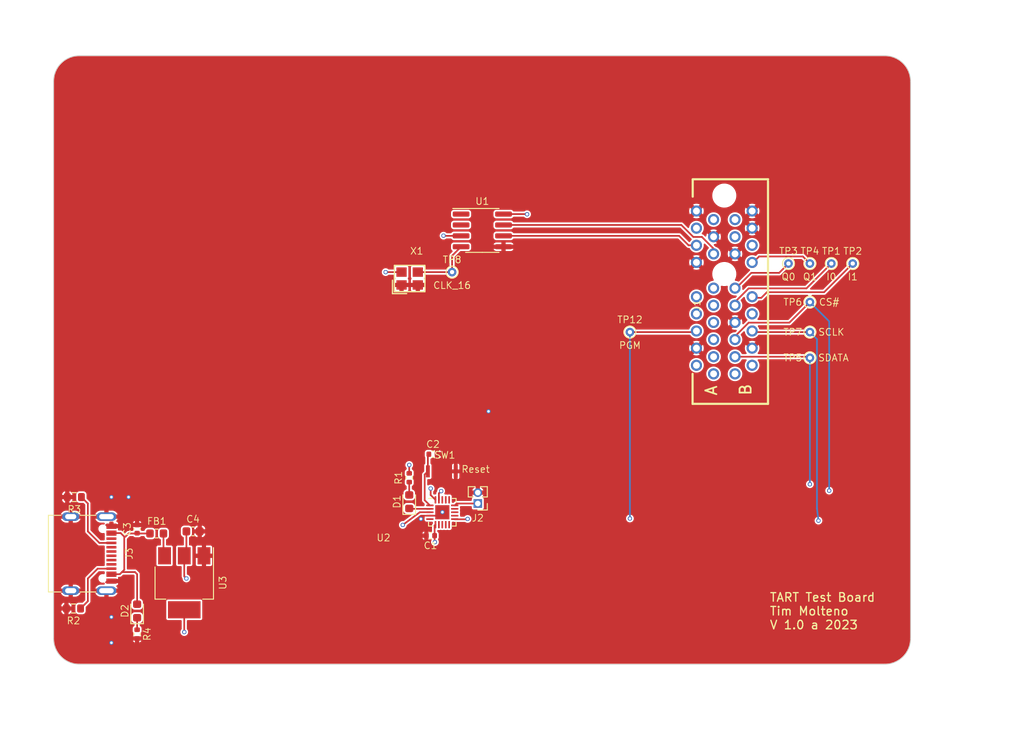
<source format=kicad_pcb>
(kicad_pcb (version 20221018) (generator pcbnew)
  (layers (0 "F.Cu" signal) (1 "In1.Cu" signal) (2 "In2.Cu" signal) (31 "B.Cu" signal) (34 "B.Paste" user) (35 "F.Paste" user) (36 "B.SilkS" user "B.Silkscreen") (37 "F.SilkS" user "F.Silkscreen") (38 "B.Mask" user) (39 "F.Mask" user) (44 "Edge.Cuts" user))
  (net 0 "")
  (net 4 "/NRST")
  (net 6 "/PGM")
  (net 10 "GND")
  (net 11 "HI")
  (net 16 "+5V")
  (net 17 "Net-(J1-REFCLK+)")
  (net 18 "Net-(J1-REFCLK-)")
  (net 19 "/SDATA")
  (net 20 "/CS#")
  (net 21 "/SCLK")
  (net 22 "Net-(J1-I0)")
  (net 26 "Net-(J1-I1)")
  (net 27 "CLK_16")
  (net 28 "+3.3V")
  (net 29 "Net-(J1-Q0)")
  (net 30 "Net-(J1-Q1)")
  (net 31 "Net-(D1-A)")
  (net 32 "Net-(D2-K)")
  (net 35 "/SWIO")
  (net 36 "Net-(J3-CC1)")
  (net 40 "Net-(J3-CC2)")
  (net 44 "/VBUS")
  (footprint "ripple:1TS015A-1800-0600-CT" (layer "F.Cu") (at 145.5 98)
    (fp_text reference "SW1" (at 0.4 -1.9 unlocked) (layer "F.SilkS") (effects (font (size 0.8 0.8) (thickness 0.1))))
    (fp_text value "Reset")
    (fp_text user "${VALUE}" (at 4 -0.25) (layer "F.SilkS") (effects (font (size 0.8 0.8) (thickness 0.1))))
    (pad "1" smd rect (at -1.575 0 90) (size 1.4 0.45) (layers "F.Cu" "F.Paste" "F.Mask") (net 4 "/NRST"))
    (pad "2" smd rect (at 1.675 0 90) (size 1.4 0.45) (layers "F.Cu" "F.Paste" "F.Mask") (net 10 "GND"))
  )
  (footprint "Diode_SMD:D_0603_1608Metric" (layer "F.Cu") (at 110 114.2875 90)
    (fp_text reference "D2" (at 0 -1.43 90) (layer "F.SilkS") (effects (font (size 0.8 0.8) (thickness 0.1))))
    (fp_text value "PWR")
    (fp_line (start -1.485 -0.735) (end -1.485 0.735) (stroke (width 0.12)) (layer "F.SilkS"))
    (fp_line (start -1.485 0.735) (end 0.8 0.735) (stroke (width 0.12)) (layer "F.SilkS"))
    (fp_line (start 0.8 -0.735) (end -1.485 -0.735) (stroke (width 0.12)) (layer "F.SilkS"))
    (pad "1" smd roundrect (at -0.7875 0 90) (size 0.875 0.95) (layers "F.Cu" "F.Paste" "F.Mask") (net 32 "Net-(D2-K)"))
    (pad "2" smd roundrect (at 0.7875 0 90) (size 0.875 0.95) (layers "F.Cu" "F.Paste" "F.Mask") (net 44 "/VBUS"))
  )
  (footprint "ripple:USB_C_Receptacle_ SHOU_HAN_TYPE-C 16PIN 2MD(073)" (layer "F.Cu") (at 104.29 107.59 -90)
    (fp_text reference "J3" (at 0.01 -4.78 90) (layer "F.SilkS") (effects (font (size 0.8 0.8) (thickness 0.1))))
    (fp_text value "USB_C_Receptacle_USB2.0")
    (fp_line (start -4.46 -0.87) (end -4.46 0.93) (stroke (width 0.12)) (layer "F.SilkS"))
    (fp_line (start -4.46 4.64) (end -4.46 3.18) (stroke (width 0.12)) (layer "F.SilkS"))
    (fp_line (start 4.48 -0.87) (end 4.48 0.93) (stroke (width 0.12)) (layer "F.SilkS"))
    (fp_line (start 4.48 4.64) (end -4.46 4.64) (stroke (width 0.12)) (layer "F.SilkS"))
    (fp_line (start 4.48 4.64) (end 4.48 3.18) (stroke (width 0.12)) (layer "F.SilkS"))
    (pad "" np_thru_hole circle (at -2.89 -1.69 90) (size 0.6 0.6) (drill 0.6) (layers "*.Cu" "*.Mask"))
    (pad "" np_thru_hole circle (at 2.9 -1.69 90) (size 0.6 0.6) (drill 0.6) (layers "*.Cu" "*.Mask"))
    (pad "A1" smd rect (at -3.19 -2.71 270) (size 0.6 1.16) (layers "F.Cu" "F.Paste" "F.Mask") (net 10 "GND"))
    (pad "A4" smd rect (at -2.39 -2.71 270) (size 0.6 1.16) (layers "F.Cu" "F.Paste" "F.Mask") (net 44 "/VBUS"))
    (pad "A5" smd rect (at -1.24 -2.71 90) (size 0.3 1.16) (layers "F.Cu" "F.Paste" "F.Mask") (net 36 "Net-(J3-CC1)"))
    (pad "A6" smd rect (at -0.24 -2.71 90) (size 0.3 1.16) (layers "F.Cu" "F.Paste" "F.Mask"))
    (pad "A7" smd rect (at 0.26 -2.71 90) (size 0.3 1.16) (layers "F.Cu" "F.Paste" "F.Mask"))
    (pad "A8" smd rect (at 1.26 -2.71 90) (size 0.3 1.16) (layers "F.Cu" "F.Paste" "F.Mask"))
    (pad "A9" smd rect (at 2.41 -2.71 270) (size 0.6 1.16) (layers "F.Cu" "F.Paste" "F.Mask") (net 44 "/VBUS"))
    (pad "A12" smd rect (at 3.21 -2.71 270) (size 0.6 1.16) (layers "F.Cu" "F.Paste" "F.Mask") (net 10 "GND"))
    (pad "B1" smd rect (at 3.21 -2.71 270) (size 0.6 1.16) (layers "F.Cu" "F.Paste" "F.Mask") (net 10 "GND"))
    (pad "B4" smd rect (at 2.41 -2.71 270) (size 0.6 1.16) (layers "F.Cu" "F.Paste" "F.Mask") (net 44 "/VBUS"))
    (pad "B5" smd rect (at 1.76 -2.71 90) (size 0.3 1.16) (layers "F.Cu" "F.Paste" "F.Mask") (net 40 "Net-(J3-CC2)"))
    (pad "B6" smd rect (at 0.76 -2.71 90) (size 0.3 1.16) (layers "F.Cu" "F.Paste" "F.Mask"))
    (pad "B7" smd rect (at -0.74 -2.71 90) (size 0.3 1.16) (layers "F.Cu" "F.Paste" "F.Mask"))
    (pad "B8" smd rect (at -1.74 -2.71 90) (size 0.3 1.16) (layers "F.Cu" "F.Paste" "F.Mask"))
    (pad "B9" smd rect (at -2.39 -2.71 270) (size 0.6 1.16) (layers "F.Cu" "F.Paste" "F.Mask") (net 44 "/VBUS"))
    (pad "B12" smd rect (at -3.19 -2.71 270) (size 0.6 1.16) (layers "F.Cu" "F.Paste" "F.Mask") (net 10 "GND"))
    (pad "S1" thru_hole oval (at -4.31 -2.13) (size 2.3 1) (drill oval 1.7 0.6) (layers "*.Cu" "*.Mask") (net 10 "GND"))
    (pad "S1" thru_hole oval (at -4.31 2.04) (size 2 1) (drill oval 1.3 0.6) (layers "*.Cu" "*.Mask") (net 10 "GND"))
    (pad "S1" thru_hole oval (at 4.33 -2.13) (size 2.3 1) (drill oval 1.7 0.6) (layers "*.Cu" "*.Mask") (net 10 "GND"))
    (pad "S1" thru_hole oval (at 4.33 2.04) (size 2 1) (drill oval 1.3 0.6) (layers "*.Cu" "*.Mask") (net 10 "GND"))
  )
  (footprint "TestPoint:TestPoint_THTPad_D1.0mm_Drill0.5mm" (layer "F.Cu") (at 167.5 81.75)
    (fp_text reference "TP12" (at 0 -1.448) (layer "F.SilkS") (effects (font (size 0.8 0.8) (thickness 0.1))))
    (fp_text value "PGM" (at 0 1.55) (layer "F.SilkS") (effects (font (size 0.8 0.8) (thickness 0.1))))
    (fp_circle (center 0 0) (end 0 0.7) (stroke (width 0.12)) (fill none) (layer "F.SilkS"))
    (pad "1" thru_hole circle (at 0 0) (size 1 1) (drill 0.5) (layers "*.Cu" "*.Mask") (net 6 "/PGM"))
  )
  (footprint "Resistor_SMD:R_0603_1608Metric" (layer "F.Cu") (at 102.575 114 180)
    (fp_text reference "R2" (at 0 -1.43) (layer "F.SilkS") (effects (font (size 0.8 0.8) (thickness 0.1))))
    (fp_text value "5.1k")
    (fp_line (start -0.237258 -0.5225) (end 0.237258 -0.5225) (stroke (width 0.12)) (layer "F.SilkS"))
    (fp_line (start -0.237258 0.5225) (end 0.237258 0.5225) (stroke (width 0.12)) (layer "F.SilkS"))
    (pad "1" smd roundrect (at -0.825 0 180) (size 0.8 0.95) (layers "F.Cu" "F.Paste" "F.Mask") (net 40 "Net-(J3-CC2)"))
    (pad "2" smd roundrect (at 0.825 0 180) (size 0.8 0.95) (layers "F.Cu" "F.Paste" "F.Mask") (net 10 "GND"))
  )
  (footprint "TestPoint:TestPoint_THTPad_D1.0mm_Drill0.5mm" (layer "F.Cu") (at 188.5 81.75)
    (fp_text reference "TP7" (at -2 0) (layer "F.SilkS") (effects (font (size 0.8 0.8) (thickness 0.1))))
    (fp_text value "SCLK" (at 2.5 0) (layer "F.SilkS") (effects (font (size 0.8 0.8) (thickness 0.1))))
    (fp_circle (center 0 0) (end 0 0.7) (stroke (width 0.12)) (fill none) (layer "F.SilkS"))
    (pad "1" thru_hole circle (at 0 0) (size 1 1) (drill 0.5) (layers "*.Cu" "*.Mask") (net 21 "/SCLK"))
  )
  (footprint "Package_DFN_QFN:QFN-20-1EP_3x3mm_P0.4mm_EP1.65x1.65mm" (layer "F.Cu") (at 145.61 102.77)
    (fp_text reference "U2" (at -6.86 2.98) (layer "F.SilkS") (effects (font (size 0.8 0.8) (thickness 0.1))))
    (fp_text value "ch32v003f4u6")
    (fp_line (start -1.61 1.61) (end -1.61 1.16) (stroke (width 0.12)) (layer "F.SilkS"))
    (fp_line (start -1.16 -1.61) (end -1.61 -1.61) (stroke (width 0.12)) (layer "F.SilkS"))
    (fp_line (start -1.16 1.61) (end -1.61 1.61) (stroke (width 0.12)) (layer "F.SilkS"))
    (fp_line (start 1.16 -1.61) (end 1.61 -1.61) (stroke (width 0.12)) (layer "F.SilkS"))
    (fp_line (start 1.16 1.61) (end 1.61 1.61) (stroke (width 0.12)) (layer "F.SilkS"))
    (fp_line (start 1.61 -1.61) (end 1.61 -1.16) (stroke (width 0.12)) (layer "F.SilkS"))
    (fp_line (start 1.61 1.61) (end 1.61 1.16) (stroke (width 0.12)) (layer "F.SilkS"))
    (pad "1" smd roundrect (at -1.45 -0.8) (size 0.85 0.2) (layers "F.Cu" "F.Paste" "F.Mask") (net 4 "/NRST"))
    (pad "2" smd roundrect (at -1.45 -0.4) (size 0.85 0.2) (layers "F.Cu" "F.Paste" "F.Mask") (net 11 "HI"))
    (pad "3" smd roundrect (at -1.45 0) (size 0.85 0.2) (layers "F.Cu" "F.Paste" "F.Mask") (net 21 "/SCLK"))
    (pad "4" smd roundrect (at -1.45 0.4) (size 0.85 0.2) (layers "F.Cu" "F.Paste" "F.Mask") (net 10 "GND"))
    (pad "5" smd roundrect (at -1.45 0.8) (size 0.85 0.2) (layers "F.Cu" "F.Paste" "F.Mask"))
    (pad "6" smd roundrect (at -0.8 1.45) (size 0.2 0.85) (layers "F.Cu" "F.Paste" "F.Mask") (net 28 "+3.3V"))
    (pad "7" smd roundrect (at -0.4 1.45) (size 0.2 0.85) (layers "F.Cu" "F.Paste" "F.Mask"))
    (pad "8" smd roundrect (at 0 1.45) (size 0.2 0.85) (layers "F.Cu" "F.Paste" "F.Mask"))
    (pad "9" smd roundrect (at 0.4 1.45) (size 0.2 0.85) (layers "F.Cu" "F.Paste" "F.Mask"))
    (pad "10" smd roundrect (at 0.8 1.45) (size 0.2 0.85) (layers "F.Cu" "F.Paste" "F.Mask"))
    (pad "11" smd roundrect (at 1.45 0.8) (size 0.85 0.2) (layers "F.Cu" "F.Paste" "F.Mask") (net 6 "/PGM"))
    (pad "12" smd roundrect (at 1.45 0.4) (size 0.85 0.2) (layers "F.Cu" "F.Paste" "F.Mask"))
    (pad "13" smd roundrect (at 1.45 0) (size 0.85 0.2) (layers "F.Cu" "F.Paste" "F.Mask"))
    (pad "14" smd roundrect (at 1.45 -0.4) (size 0.85 0.2) (layers "F.Cu" "F.Paste" "F.Mask"))
    (pad "15" smd roundrect (at 1.45 -0.8) (size 0.85 0.2) (layers "F.Cu" "F.Paste" "F.Mask") (net 35 "/SWIO"))
    (pad "16" smd roundrect (at 0.8 -1.45) (size 0.2 0.85) (layers "F.Cu" "F.Paste" "F.Mask"))
    (pad "17" smd roundrect (at 0.4 -1.45) (size 0.2 0.85) (layers "F.Cu" "F.Paste" "F.Mask"))
    (pad "18" smd roundrect (at 0 -1.45) (size 0.2 0.85) (layers "F.Cu" "F.Paste" "F.Mask"))
    (pad "19" smd roundrect (at -0.4 -1.45) (size 0.2 0.85) (layers "F.Cu" "F.Paste" "F.Mask") (net 20 "/CS#"))
    (pad "20" smd roundrect (at -0.8 -1.45) (size 0.2 0.85) (layers "F.Cu" "F.Paste" "F.Mask") (net 19 "/SDATA"))
    (pad "21" smd rect (at 0 0) (size 1.65 1.65) (layers "F.Cu" "F.Mask") (net 10 "GND"))
  )
  (footprint "Resistor_SMD:R_0402_1005Metric" (layer "F.Cu") (at 141.75 98.74 -90)
    (fp_text reference "R1" (at 0.01 1.25 90) (layer "F.SilkS") (effects (font (size 0.8 0.8) (thickness 0.1))))
    (fp_text value "470")
    (fp_line (start -0.153641 -0.38) (end 0.153641 -0.38) (stroke (width 0.12)) (layer "F.SilkS"))
    (fp_line (start -0.153641 0.38) (end 0.153641 0.38) (stroke (width 0.12)) (layer "F.SilkS"))
    (pad "1" smd roundrect (at -0.51 0 270) (size 0.54 0.64) (layers "F.Cu" "F.Paste" "F.Mask") (net 28 "+3.3V"))
    (pad "2" smd roundrect (at 0.51 0 270) (size 0.54 0.64) (layers "F.Cu" "F.Paste" "F.Mask") (net 31 "Net-(D1-A)"))
  )
  (footprint "Resistor_SMD:R_0402_1005Metric" (layer "F.Cu") (at 110 116.99 -90)
    (fp_text reference "R4" (at 0 -1.17 90) (layer "F.SilkS") (effects (font (size 0.8 0.8) (thickness 0.1))))
    (fp_text value "1k")
    (fp_line (start -0.153641 -0.38) (end 0.153641 -0.38) (stroke (width 0.12)) (layer "F.SilkS"))
    (fp_line (start -0.153641 0.38) (end 0.153641 0.38) (stroke (width 0.12)) (layer "F.SilkS"))
    (pad "1" smd roundrect (at -0.51 0 270) (size 0.54 0.64) (layers "F.Cu" "F.Paste" "F.Mask") (net 32 "Net-(D2-K)"))
    (pad "2" smd roundrect (at 0.51 0 270) (size 0.54 0.64) (layers "F.Cu" "F.Paste" "F.Mask") (net 10 "GND"))
  )
  (footprint "Package_TO_SOT_SMD:SOT-223-3_TabPin2" (layer "F.Cu") (at 115.5 111 -90)
    (fp_text reference "U3" (at 0 -4.5 90) (layer "F.SilkS") (effects (font (size 0.8 0.8) (thickness 0.1))))
    (fp_text value "AMS1117-3.3")
    (fp_line (start -4.1 -3.41) (end 1.91 -3.41) (stroke (width 0.12)) (layer "F.SilkS"))
    (fp_line (start -1.85 3.41) (end 1.91 3.41) (stroke (width 0.12)) (layer "F.SilkS"))
    (fp_line (start 1.91 -3.41) (end 1.91 -2.15) (stroke (width 0.12)) (layer "F.SilkS"))
    (fp_line (start 1.91 3.41) (end 1.91 2.15) (stroke (width 0.12)) (layer "F.SilkS"))
    (pad "1" smd rect (at -3.15 -2.3 270) (size 2 1.5) (layers "F.Cu" "F.Paste" "F.Mask") (net 10 "GND"))
    (pad "2" smd rect (at -3.15 0 270) (size 2 1.5) (layers "F.Cu" "F.Paste" "F.Mask") (net 28 "+3.3V"))
    (pad "2" smd rect (at 3.15 0 270) (size 2 3.8) (layers "F.Cu" "F.Paste" "F.Mask") (net 28 "+3.3V"))
    (pad "3" smd rect (at -3.15 2.3 270) (size 2 1.5) (layers "F.Cu" "F.Paste" "F.Mask") (net 16 "+5V"))
  )
  (footprint "Capacitor_SMD:C_0402_1005Metric" (layer "F.Cu") (at 110 104.73 90)
    (fp_text reference "C3" (at 0 -1.16 90) (layer "F.SilkS") (effects (font (size 0.8 0.8) (thickness 0.1))))
    (fp_text value "10n")
    (fp_line (start -0.107836 -0.36) (end 0.107836 -0.36) (stroke (width 0.12)) (layer "F.SilkS"))
    (fp_line (start -0.107836 0.36) (end 0.107836 0.36) (stroke (width 0.12)) (layer "F.SilkS"))
    (pad "1" smd roundrect (at -0.48 0 90) (size 0.56 0.62) (layers "F.Cu" "F.Paste" "F.Mask") (net 44 "/VBUS"))
    (pad "2" smd roundrect (at 0.48 0 90) (size 0.56 0.62) (layers "F.Cu" "F.Paste" "F.Mask") (net 10 "GND"))
  )
  (footprint "Connector_PinHeader_1.27mm:PinHeader_1x02_P1.27mm_Vertical" (layer "F.Cu") (at 149.75 101.75 180)
    (fp_text reference "J2" (at 0 -1.695) (layer "F.SilkS") (effects (font (size 0.8 0.8) (thickness 0.1))))
    (fp_text value "SWDIO")
    (fp_line (start -1.11 -0.76) (end 0 -0.76) (stroke (width 0.12)) (layer "F.SilkS"))
    (fp_line (start -1.11 0) (end -1.11 -0.76) (stroke (width 0.12)) (layer "F.SilkS"))
    (fp_line (start -1.11 0.76) (end -1.11 1.965) (stroke (width 0.12)) (layer "F.SilkS"))
    (fp_line (start -1.11 0.76) (end -0.563471 0.76) (stroke (width 0.12)) (layer "F.SilkS"))
    (fp_line (start -1.11 1.965) (end -0.30753 1.965) (stroke (width 0.12)) (layer "F.SilkS"))
    (fp_line (start 0.30753 1.965) (end 1.11 1.965) (stroke (width 0.12)) (layer "F.SilkS"))
    (fp_line (start 0.563471 0.76) (end 1.11 0.76) (stroke (width 0.12)) (layer "F.SilkS"))
    (fp_line (start 1.11 0.76) (end 1.11 1.965) (stroke (width 0.12)) (layer "F.SilkS"))
    (pad "1" thru_hole rect (at 0 0 180) (size 1 1) (drill 0.65) (layers "*.Cu" "*.Mask") (net 35 "/SWIO"))
    (pad "2" thru_hole oval (at 0 1.27 180) (size 1 1) (drill 0.65) (layers "*.Cu" "*.Mask") (net 10 "GND"))
  )
  (footprint "TestPoint:TestPoint_THTPad_D1.0mm_Drill0.5mm" (layer "F.Cu") (at 188.5 78.25)
    (fp_text reference "TP6" (at -2 0) (layer "F.SilkS") (effects (font (size 0.8 0.8) (thickness 0.1))))
    (fp_text value "CS#" (at 2.25 0) (layer "F.SilkS") (effects (font (size 0.8 0.8) (thickness 0.1))))
    (fp_circle (center 0 0) (end 0 0.7) (stroke (width 0.12)) (fill none) (layer "F.SilkS"))
    (pad "1" thru_hole circle (at 0 0) (size 1 1) (drill 0.5) (layers "*.Cu" "*.Mask") (net 20 "/CS#"))
  )
  (footprint "baseboard_library:OSC-SMD_4P-L2.5-W2.0-BL" (layer "F.Cu") (at 141.8 75.5)
    (fp_text reference "X1" (at 0 -3.207) (layer "F.SilkS") (effects (font (size 0.8 0.8) (thickness 0.1)) (justify left)))
    (fp_text value "1XXB16368MBA")
    (fp_line (start -2.007 0.201) (end -2.007 1.758) (stroke (width 0.152)) (layer "F.SilkS"))
    (fp_line (start -2.007 1.758) (end -0.351 1.758) (stroke (width 0.152)) (layer "F.SilkS"))
    (fp_line (start -1.779 -1.529) (end 1.779 -1.529) (stroke (width 0.152)) (layer "F.SilkS"))
    (fp_line (start -1.779 1.529) (end -1.779 -1.529) (stroke (width 0.152)) (layer "F.SilkS"))
    (fp_line (start 1.779 -1.529) (end 1.779 1.529) (stroke (width 0.152)) (layer "F.SilkS"))
    (fp_line (start 1.779 1.529) (end -1.779 1.529) (stroke (width 0.152)) (layer "F.SilkS"))
    (pad "1" smd rect (at -0.95 0.75) (size 1.2 1.1) (layers "F.Cu" "F.Paste" "F.Mask") (net 10 "GND"))
    (pad "2" smd rect (at 0.95 0.75) (size 1.2 1.1) (layers "F.Cu" "F.Paste" "F.Mask") (net 10 "GND"))
    (pad "3" smd rect (at 0.95 -0.75) (size 1.2 1.1) (layers "F.Cu" "F.Paste" "F.Mask") (net 27 "CLK_16"))
    (pad "4" smd rect (at -0.95 -0.75) (size 1.2 1.1) (layers "F.Cu" "F.Paste" "F.Mask") (net 28 "+3.3V"))
  )
  (footprint "Capacitor_SMD:C_0402_1005Metric" (layer "F.Cu") (at 144.23 105.5 180)
    (fp_text reference "C1" (at 0 -1.16) (layer "F.SilkS") (effects (font (size 0.8 0.8) (thickness 0.1))))
    (fp_text value "100n")
    (fp_line (start -0.107836 -0.36) (end 0.107836 -0.36) (stroke (width 0.12)) (layer "F.SilkS"))
    (fp_line (start -0.107836 0.36) (end 0.107836 0.36) (stroke (width 0.12)) (layer "F.SilkS"))
    (pad "1" smd roundrect (at -0.48 0 180) (size 0.56 0.62) (layers "F.Cu" "F.Paste" "F.Mask") (net 28 "+3.3V"))
    (pad "2" smd roundrect (at 0.48 0 180) (size 0.56 0.62) (layers "F.Cu" "F.Paste" "F.Mask") (net 10 "GND"))
  )
  (footprint "TestPoint:TestPoint_THTPad_D1.0mm_Drill0.5mm" (layer "F.Cu") (at 146.75 74.75)
    (fp_text reference "TP8" (at 0 -1.448) (layer "F.SilkS") (effects (font (size 0.8 0.8) (thickness 0.1))))
    (fp_text value "CLK_16" (at 0 1.55) (layer "F.SilkS") (effects (font (size 0.8 0.8) (thickness 0.1))))
    (fp_circle (center 0 0) (end 0 0.7) (stroke (width 0.12)) (fill none) (layer "F.SilkS"))
    (pad "1" thru_hole circle (at 0 0) (size 1 1) (drill 0.5) (layers "*.Cu" "*.Mask") (net 27 "CLK_16"))
  )
  (footprint "TestPoint:TestPoint_THTPad_D1.0mm_Drill0.5mm" (layer "F.Cu") (at 188.5 73.75)
    (fp_text reference "TP4" (at 0 -1.448) (layer "F.SilkS") (effects (font (size 0.8 0.8) (thickness 0.1))))
    (fp_text value "Q1" (at 0 1.55) (layer "F.SilkS") (effects (font (size 0.8 0.8) (thickness 0.1))))
    (fp_circle (center 0 0) (end 0 0.7) (stroke (width 0.12)) (fill none) (layer "F.SilkS"))
    (pad "1" thru_hole circle (at 0 0) (size 1 1) (drill 0.5) (layers "*.Cu" "*.Mask") (net 30 "Net-(J1-Q1)"))
  )
  (footprint "Capacitor_SMD:C_0603_1608Metric" (layer "F.Cu") (at 116.525 105)
    (fp_text reference "C4" (at 0 -1.43) (layer "F.SilkS") (effects (font (size 0.8 0.8) (thickness 0.1))))
    (fp_text value "22u")
    (fp_line (start -0.14058 -0.51) (end 0.14058 -0.51) (stroke (width 0.12)) (layer "F.SilkS"))
    (fp_line (start -0.14058 0.51) (end 0.14058 0.51) (stroke (width 0.12)) (layer "F.SilkS"))
    (pad "1" smd roundrect (at -0.775 0) (size 0.9 0.95) (layers "F.Cu" "F.Paste" "F.Mask") (net 28 "+3.3V"))
    (pad "2" smd roundrect (at 0.775 0) (size 0.9 0.95) (layers "F.Cu" "F.Paste" "F.Mask") (net 10 "GND"))
  )
  (footprint "TestPoint:TestPoint_THTPad_D1.0mm_Drill0.5mm" (layer "F.Cu") (at 191 73.75)
    (fp_text reference "TP1" (at 0 -1.448) (layer "F.SilkS") (effects (font (size 0.8 0.8) (thickness 0.1))))
    (fp_text value "I0" (at 0 1.55) (layer "F.SilkS") (effects (font (size 0.8 0.8) (thickness 0.1))))
    (fp_circle (center 0 0) (end 0 0.7) (stroke (width 0.12)) (fill none) (layer "F.SilkS"))
    (pad "1" thru_hole circle (at 0 0) (size 1 1) (drill 0.5) (layers "*.Cu" "*.Mask") (net 22 "Net-(J1-I0)"))
  )
  (footprint "Package_SO:SOIC-8_3.9x4.9mm_P1.27mm" (layer "F.Cu") (at 150.275 69.885)
    (fp_text reference "U1" (at 0 -3.4) (layer "F.SilkS") (effects (font (size 0.8 0.8) (thickness 0.1))))
    (fp_text value "CS48520S")
    (fp_line (start 0 -2.56) (end -3.45 -2.56) (stroke (width 0.12)) (layer "F.SilkS"))
    (fp_line (start 0 -2.56) (end 1.95 -2.56) (stroke (width 0.12)) (layer "F.SilkS"))
    (fp_line (start 0 2.56) (end -1.95 2.56) (stroke (width 0.12)) (layer "F.SilkS"))
    (fp_line (start 0 2.56) (end 1.95 2.56) (stroke (width 0.12)) (layer "F.SilkS"))
    (pad "1" smd roundrect (at -2.475 -1.905) (size 1.95 0.6) (layers "F.Cu" "F.Paste" "F.Mask"))
    (pad "2" smd roundrect (at -2.475 -0.635) (size 1.95 0.6) (layers "F.Cu" "F.Paste" "F.Mask"))
    (pad "3" smd roundrect (at -2.475 0.635) (size 1.95 0.6) (layers "F.Cu" "F.Paste" "F.Mask") (net 28 "+3.3V"))
    (pad "4" smd roundrect (at -2.475 1.905) (size 1.95 0.6) (layers "F.Cu" "F.Paste" "F.Mask") (net 27 "CLK_16"))
    (pad "5" smd roundrect (at 2.475 1.905) (size 1.95 0.6) (layers "F.Cu" "F.Paste" "F.Mask") (net 10 "GND"))
    (pad "6" smd roundrect (at 2.475 0.635) (size 1.95 0.6) (layers "F.Cu" "F.Paste" "F.Mask") (net 18 "Net-(J1-REFCLK-)"))
    (pad "7" smd roundrect (at 2.475 -0.635) (size 1.95 0.6) (layers "F.Cu" "F.Paste" "F.Mask") (net 17 "Net-(J1-REFCLK+)"))
    (pad "8" smd roundrect (at 2.475 -1.905) (size 1.95 0.6) (layers "F.Cu" "F.Paste" "F.Mask") (net 28 "+3.3V"))
  )
  (footprint "Inductor_SMD:L_0603_1608Metric" (layer "F.Cu") (at 112.2875 105.25)
    (fp_text reference "FB1" (at 0 -1.43) (layer "F.SilkS") (effects (font (size 0.8 0.8) (thickness 0.1))))
    (fp_text value "BLM18KG221SN1D")
    (fp_line (start -0.162779 -0.51) (end 0.162779 -0.51) (stroke (width 0.12)) (layer "F.SilkS"))
    (fp_line (start -0.162779 0.51) (end 0.162779 0.51) (stroke (width 0.12)) (layer "F.SilkS"))
    (pad "1" smd roundrect (at -0.7875 0) (size 0.875 0.95) (layers "F.Cu" "F.Paste" "F.Mask") (net 44 "/VBUS"))
    (pad "2" smd roundrect (at 0.7875 0) (size 0.875 0.95) (layers "F.Cu" "F.Paste" "F.Mask") (net 16 "+5V"))
  )
  (footprint "baseboard_library:CONN-TH_36P-P1.00-V_3183-10200P1T" (layer "F.Cu") (at 178.5 77.25 90)
    (fp_text reference "J1" (at -2.145495 -3.192116 90) (layer "F.SilkS") (effects (font (size 0.8 0.8) (thickness 0.1)) (justify left)))
    (fp_text value "~")
    (fp_text user "B" (at -12 2.5 90) (layer "F.SilkS") (effects (font (size 1.3 1.3) (thickness 0.203)) (justify left)))
    (fp_text user "A" (at -12 -1.5 90) (layer "F.SilkS") (effects (font (size 1.3 1.3) (thickness 0.203)) (justify left)))
    (fp_line (start -12.873 -3.687) (end -12.817 -3.687) (stroke (width 0.254)) (layer "F.SilkS"))
    (fp_line (start -12.872 -3.688) (end -12.872 5.112) (stroke (width 0.254)) (layer "F.SilkS"))
    (fp_line (start -12.872 5.112) (end 13.128 5.112) (stroke (width 0.254)) (layer "F.SilkS"))
    (fp_line (start -12.817 -3.687) (end -9.373 -3.687) (stroke (width 0.254)) (layer "F.SilkS"))
    (fp_line (start 11.305 -3.672) (end 13.302 -3.672) (stroke (width 0.254)) (layer "F.SilkS"))
    (fp_line (start 13.335 -3.672) (end 13.335 5.129) (stroke (width 0.254)) (layer "F.SilkS"))
    (pad "" np_thru_hole circle (at 2.278 0.012 90) (size 2.4 2.4) (drill 2.4) (layers "F&B.Cu" "*.Mask"))
    (pad "" np_thru_hole circle (at 11.428 0.012 90) (size 2.4 2.4) (drill 2.4) (layers "*.Cu" "*.Mask"))
    (pad "A1" thru_hole circle (at -9.372 -1.238 90) (size 1.3 1.3) (drill 0.8) (layers "*.Cu" "*.Mask"))
    (pad "A2" thru_hole circle (at -8.372 -3.238 90) (size 1.3 1.3) (drill 0.8) (layers "*.Cu" "*.Mask"))
    (pad "A3" thru_hole circle (at -7.372 -1.238 90) (size 1.3 1.3) (drill 0.8) (layers "*.Cu" "*.Mask"))
    (pad "A4" thru_hole circle (at -6.372 -3.238 90) (size 1.3 1.3) (drill 0.8) (layers "*.Cu" "*.Mask") (net 10 "GND"))
    (pad "A5" thru_hole circle (at -5.372 -1.238 90) (size 1.3 1.3) (drill 0.8) (layers "*.Cu" "*.Mask"))
    (pad "A6" thru_hole circle (at -4.372 -3.238 90) (size 1.3 1.3) (drill 0.8) (layers "*.Cu" "*.Mask") (net 6 "/PGM"))
    (pad "A7" thru_hole circle (at -3.372 -1.238 90) (size 1.3 1.3) (drill 0.8) (layers "*.Cu" "*.Mask"))
    (pad "A8" thru_hole circle (at -2.372 -3.238 90) (size 1.3 1.3) (drill 0.8) (layers "*.Cu" "*.Mask"))
    (pad "A9" thru_hole circle (at -1.372 -1.238 90) (size 1.3 1.3) (drill 0.8) (layers "*.Cu" "*.Mask") (net 28 "+3.3V"))
    (pad "A10" thru_hole circle (at -0.372 -3.238 90) (size 1.3 1.3) (drill 0.8) (layers "*.Cu" "*.Mask") (net 28 "+3.3V"))
    (pad "A11" thru_hole circle (at 0.628 -1.238 90) (size 1.3 1.3) (drill 0.8) (layers "*.Cu" "*.Mask"))
    (pad "A12" thru_hole circle (at 3.628 -3.238 90) (size 1.3 1.3) (drill 0.8) (layers "*.Cu" "*.Mask") (net 10 "GND"))
    (pad "A13" thru_hole circle (at 4.628 -1.238 90) (size 1.3 1.3) (drill 0.8) (layers "*.Cu" "*.Mask") (net 17 "Net-(J1-REFCLK+)"))
    (pad "A14" thru_hole circle (at 5.628 -3.238 90) (size 1.3 1.3) (drill 0.8) (layers "*.Cu" "*.Mask") (net 18 "Net-(J1-REFCLK-)"))
    (pad "A15" thru_hole circle (at 6.628 -1.238 90) (size 1.3 1.3) (drill 0.8) (layers "*.Cu" "*.Mask") (net 10 "GND"))
    (pad "A16" thru_hole circle (at 7.628 -3.238 90) (size 1.3 1.3) (drill 0.8) (layers "*.Cu" "*.Mask"))
    (pad "A17" thru_hole circle (at 8.628 -1.238 90) (size 1.3 1.3) (drill 0.8) (layers "*.Cu" "*.Mask"))
    (pad "A18" thru_hole circle (at 9.628 -3.238 90) (size 1.3 1.3) (drill 0.8) (layers "*.Cu" "*.Mask") (net 10 "GND"))
    (pad "B1" thru_hole circle (at -9.372 1.262 90) (size 1.3 1.3) (drill 0.8) (layers "*.Cu" "*.Mask"))
    (pad "B2" thru_hole circle (at -8.372 3.262 90) (size 1.3 1.3) (drill 0.8) (layers "*.Cu" "*.Mask"))
    (pad "B3" thru_hole circle (at -7.372 1.262 90) (size 1.3 1.3) (drill 0.8) (layers "*.Cu" "*.Mask") (net 19 "/SDATA"))
    (pad "B4" thru_hole circle (at -6.372 3.262 90) (size 1.3 1.3) (drill 0.8) (layers "*.Cu" "*.Mask") (net 10 "GND"))
    (pad "B5" thru_hole circle (at -5.372 1.262 90) (size 1.3 1.3) (drill 0.8) (layers "*.Cu" "*.Mask") (net 20 "/CS#"))
    (pad "B6" thru_hole circle (at -4.372 3.262 90) (size 1.3 1.3) (drill 0.8) (layers "*.Cu" "*.Mask") (net 21 "/SCLK"))
    (pad "B7" thru_hole circle (at -3.372 1.262 90) (size 1.3 1.3) (drill 0.8) (layers "*.Cu" "*.Mask") (net 10 "GND"))
    (pad "B8" thru_hole circle (at -2.372 3.262 90) (size 1.3 1.3) (drill 0.8) (layers "*.Cu" "*.Mask") (net 28 "+3.3V"))
    (pad "B9" thru_hole circle (at -1.372 1.262 90) (size 1.3 1.3) (drill 0.8) (layers "*.Cu" "*.Mask") (net 22 "Net-(J1-I0)"))
    (pad "B10" thru_hole circle (at -0.372 3.262 90) (size 1.3 1.3) (drill 0.8) (layers "*.Cu" "*.Mask") (net 26 "Net-(J1-I1)"))
    (pad "B11" thru_hole circle (at 0.628 1.262 90) (size 1.3 1.3) (drill 0.8) (layers "*.Cu" "*.Mask") (net 29 "Net-(J1-Q0)"))
    (pad "B12" thru_hole circle (at 3.628 3.262 90) (size 1.3 1.3) (drill 0.8) (layers "*.Cu" "*.Mask") (net 30 "Net-(J1-Q1)"))
    (pad "B13" thru_hole circle (at 4.628 1.262 90) (size 1.3 1.3) (drill 0.8) (layers "*.Cu" "*.Mask") (net 10 "GND"))
    (pad "B14" thru_hole circle (at 5.628 3.262 90) (size 1.3 1.3) (drill 0.8) (layers "*.Cu" "*.Mask"))
    (pad "B15" thru_hole circle (at 6.628 1.262 90) (size 1.3 1.3) (drill 0.8) (layers "*.Cu" "*.Mask"))
    (pad "B16" thru_hole circle (at 7.628 3.262 90) (size 1.3 1.3) (drill 0.8) (layers "*.Cu" "*.Mask") (net 10 "GND"))
    (pad "B17" thru_hole circle (at 8.628 1.262 90) (size 1.3 1.3) (drill 0.8) (layers "*.Cu" "*.Mask"))
    (pad "B18" thru_hole circle (at 9.628 3.262 90) (size 1.3 1.3) (drill 0.8) (layers "*.Cu" "*.Mask") (net 10 "GND"))
  )
  (footprint "TestPoint:TestPoint_THTPad_D1.0mm_Drill0.5mm" (layer "F.Cu") (at 186 73.75)
    (fp_text reference "TP3" (at 0 -1.448) (layer "F.SilkS") (effects (font (size 0.8 0.8) (thickness 0.1))))
    (fp_text value "Q0" (at 0 1.55) (layer "F.SilkS") (effects (font (size 0.8 0.8) (thickness 0.1))))
    (fp_circle (center 0 0) (end 0 0.7) (stroke (width 0.12)) (fill none) (layer "F.SilkS"))
    (pad "1" thru_hole circle (at 0 0) (size 1 1) (drill 0.5) (layers "*.Cu" "*.Mask") (net 29 "Net-(J1-Q0)"))
  )
  (footprint "Capacitor_SMD:C_0402_1005Metric" (layer "F.Cu") (at 144.52 96)
    (fp_text reference "C2" (at 0 -1.16) (layer "F.SilkS") (effects (font (size 0.8 0.8) (thickness 0.1))))
    (fp_text value "100n")
    (fp_line (start -0.107836 -0.36) (end 0.107836 -0.36) (stroke (width 0.12)) (layer "F.SilkS"))
    (fp_line (start -0.107836 0.36) (end 0.107836 0.36) (stroke (width 0.12)) (layer "F.SilkS"))
    (pad "1" smd roundrect (at -0.48 0) (size 0.56 0.62) (layers "F.Cu" "F.Paste" "F.Mask") (net 4 "/NRST"))
    (pad "2" smd roundrect (at 0.48 0) (size 0.56 0.62) (layers "F.Cu" "F.Paste" "F.Mask") (net 10 "GND"))
  )
  (footprint "TestPoint:TestPoint_THTPad_D1.0mm_Drill0.5mm" (layer "F.Cu") (at 188.5 84.75)
    (fp_text reference "TP5" (at -2 0) (layer "F.SilkS") (effects (font (size 0.8 0.8) (thickness 0.1))))
    (fp_text value "SDATA" (at 2.75 0) (layer "F.SilkS") (effects (font (size 0.8 0.8) (thickness 0.1))))
    (fp_circle (center 0 0) (end 0 0.7) (stroke (width 0.12)) (fill none) (layer "F.SilkS"))
    (pad "1" thru_hole circle (at 0 0) (size 1 1) (drill 0.5) (layers "*.Cu" "*.Mask") (net 19 "/SDATA"))
  )
  (footprint "Diode_SMD:D_0603_1608Metric" (layer "F.Cu") (at 141.75 101.5375 90)
    (fp_text reference "D1" (at 0 -1.43 90) (layer "F.SilkS") (effects (font (size 0.8 0.8) (thickness 0.1))))
    (fp_text value "HI")
    (fp_line (start -1.485 -0.735) (end -1.485 0.735) (stroke (width 0.12)) (layer "F.SilkS"))
    (fp_line (start -1.485 0.735) (end 0.8 0.735) (stroke (width 0.12)) (layer "F.SilkS"))
    (fp_line (start 0.8 -0.735) (end -1.485 -0.735) (stroke (width 0.12)) (layer "F.SilkS"))
    (pad "1" smd roundrect (at -0.7875 0 90) (size 0.875 0.95) (layers "F.Cu" "F.Paste" "F.Mask") (net 11 "HI"))
    (pad "2" smd roundrect (at 0.7875 0 90) (size 0.875 0.95) (layers "F.Cu" "F.Paste" "F.Mask") (net 31 "Net-(D1-A)"))
  )
  (footprint "Resistor_SMD:R_0603_1608Metric" (layer "F.Cu") (at 102.675 101 180)
    (fp_text reference "R3" (at 0 -1.43) (layer "F.SilkS") (effects (font (size 0.8 0.8) (thickness 0.1))))
    (fp_text value "5.1k")
    (fp_line (start -0.237258 -0.5225) (end 0.237258 -0.5225) (stroke (width 0.12)) (layer "F.SilkS"))
    (fp_line (start -0.237258 0.5225) (end 0.237258 0.5225) (stroke (width 0.12)) (layer "F.SilkS"))
    (pad "1" smd roundrect (at -0.825 0 180) (size 0.8 0.95) (layers "F.Cu" "F.Paste" "F.Mask") (net 36 "Net-(J3-CC1)"))
    (pad "2" smd roundrect (at 0.825 0 180) (size 0.8 0.95) (layers "F.Cu" "F.Paste" "F.Mask") (net 10 "GND"))
  )
  (footprint "TestPoint:TestPoint_THTPad_D1.0mm_Drill0.5mm" (layer "F.Cu") (at 193.5 73.75)
    (fp_text reference "TP2" (at 0 -1.448) (layer "F.SilkS") (effects (font (size 0.8 0.8) (thickness 0.1))))
    (fp_text value "I1" (at 0 1.55) (layer "F.SilkS") (effects (font (size 0.8 0.8) (thickness 0.1))))
    (fp_circle (center 0 0) (end 0 0.7) (stroke (width 0.12)) (fill none) (layer "F.SilkS"))
    (pad "1" thru_hole circle (at 0 0) (size 1 1) (drill 0.5) (layers "*.Cu" "*.Mask") (net 26 "Net-(J1-I1)"))
  )
  (gr_line (start 197.25 120.5) (end 103.25 120.5) (stroke (width 0.1)) (layer "Edge.Cuts"))
  (gr_line (start 100.25 117.5) (end 100.25 52.5) (stroke (width 0.1)) (layer "Edge.Cuts"))
  (gr_line (start 200.25 52.5) (end 200.25 117.5) (stroke (width 0.1)) (layer "Edge.Cuts"))
  (gr_arc (start 100.25 52.5) (mid 101.12868 50.37868) (end 103.25 49.5) (stroke (width 0.1)) (layer "Edge.Cuts"))
  (gr_arc (start 197.25 49.5) (mid 199.37132 50.37868) (end 200.25 52.5) (stroke (width 0.1)) (layer "Edge.Cuts"))
  (gr_arc (start 200.25 117.5) (mid 199.37132 119.62132) (end 197.25 120.5) (stroke (width 0.1)) (layer "Edge.Cuts"))
  (gr_line (start 103.25 49.5) (end 197.25 49.5) (stroke (width 0.1)) (layer "Edge.Cuts"))
  (gr_arc (start 103.25 120.5) (mid 101.12868 119.62132) (end 100.25 117.5) (stroke (width 0.1)) (layer "Edge.Cuts"))
  (gr_text "TART Test Board\nTim Molteno\nV 1.0 a 2023" (at 183.75 116.5) (layer "F.SilkS") (effects (font (size 1 1)) (justify left bottom)))
  (segment (start 143.5505 101.3605) (end 144.16 101.97) (width 0.2) (layer "F.Cu") (net 4))
  (segment (start 143.925 96.115) (end 143.925 98) (width 0.2) (layer "F.Cu") (net 4))
  (segment (start 143.5505 98.3745) (end 143.5505 101.3605) (width 0.2) (layer "F.Cu") (net 4))
  (segment (start 143.925 98) (end 143.5505 98.3745) (width 0.2) (layer "F.Cu") (net 4))
  (segment (start 144.04 96) (end 143.925 96.115) (width 0.2) (layer "F.Cu") (net 4))
  (segment (start 167.5 81.75) (end 175.25 81.75) (width 0.2) (layer "F.Cu") (net 6))
  (segment (start 147.06 103.595) (end 148.518326 103.595) (width 0.2) (layer "F.Cu") (net 6))
  (segment (start 148.518326 103.595) (end 148.562826 103.5505) (width 0.2) (layer "F.Cu") (net 6))
  (via (at 148.562826 103.5505) (size 0.5) (drill 0.3) (layers "F.Cu" "B.Cu") (net 6))
  (via (at 167.5 103.5) (size 0.5) (drill 0.3) (layers "F.Cu" "B.Cu") (net 6))
  (segment (start 167.5 81.75) (end 167.5 103.5) (width 0.2) (layer "B.Cu") (net 6))
  (segment (start 144.16 103.17) (end 145.21 103.17) (width 0.2) (layer "F.Cu") (net 10))
  (segment (start 145.21 103.17) (end 145.61 102.77) (width 0.2) (layer "F.Cu") (net 10))
  (via (at 107 115) (size 0.5) (drill 0.3) (layers "F.Cu" "B.Cu") (net 10))
  (via (at 151 91) (size 0.5) (drill 0.3) (layers "F.Cu" "B.Cu") (net 10))
  (via (at 145.621219 102.757561) (size 0.5) (drill 0.3) (layers "F.Cu" "B.Cu") (net 10))
  (via (at 107 118) (size 0.5) (drill 0.3) (layers "F.Cu" "B.Cu") (net 10))
  (via (at 109 101) (size 0.5) (drill 0.3) (layers "F.Cu" "B.Cu") (net 10))
  (via (at 107 101) (size 0.5) (drill 0.3) (layers "F.Cu" "B.Cu") (net 10))
  (via (at 143.111413 103.553757) (size 0.5) (drill 0.3) (layers "F.Cu" "B.Cu") (net 10))
  (segment (start 141.75 102.325) (end 141.795 102.37) (width 0.2) (layer "F.Cu") (net 11))
  (segment (start 141.795 102.37) (end 144.16 102.37) (width 0.2) (layer "F.Cu") (net 11))
  (segment (start 113.075 107.725) (end 113.2 107.85) (width 0.2) (layer "F.Cu") (net 16))
  (segment (start 113.075 105.25) (end 113.075 107.725) (width 0.2) (layer "F.Cu") (net 16))
  (segment (start 177.262 72.012) (end 177.262 72.622) (width 0.2) (layer "F.Cu") (net 17))
  (segment (start 175.897 70.647) (end 177.262 72.012) (width 0.2) (layer "F.Cu") (net 17))
  (segment (start 152.75 69.25) (end 173.5 69.25) (width 0.2) (layer "F.Cu") (net 17))
  (segment (start 173.5 69.25) (end 174.897 70.647) (width 0.2) (layer "F.Cu") (net 17))
  (segment (start 174.897 70.647) (end 175.897 70.647) (width 0.2) (layer "F.Cu") (net 17))
  (segment (start 173.240762 70.52) (end 174.342762 71.622) (width 0.2) (layer "F.Cu") (net 18))
  (segment (start 174.342762 71.622) (end 175.262 71.622) (width 0.2) (layer "F.Cu") (net 18))
  (segment (start 152.75 70.52) (end 173.240762 70.52) (width 0.2) (layer "F.Cu") (net 18))
  (segment (start 144.25 100.76) (end 144.81 101.32) (width 0.2) (layer "F.Cu") (net 19))
  (segment (start 188.5 84.75) (end 188.372 84.622) (width 0.2) (layer "F.Cu") (net 19))
  (segment (start 188.372 84.622) (end 179.762 84.622) (width 0.2) (layer "F.Cu") (net 19))
  (segment (start 144.25 100) (end 144.25 100.76) (width 0.2) (layer "F.Cu") (net 19))
  (via (at 144.25 100) (size 0.5) (drill 0.3) (layers "F.Cu" "B.Cu") (net 19))
  (via (at 188.5 99.5) (size 0.5) (drill 0.3) (layers "F.Cu" "B.Cu") (net 19))
  (segment (start 188.5 84.75) (end 188.5 99.5) (width 0.2) (layer "B.Cu") (net 19))
  (segment (start 188.5 78.25) (end 186.103 80.647) (width 0.2) (layer "F.Cu") (net 20))
  (segment (start 186.103 80.647) (end 181.358141 80.647) (width 0.2) (layer "F.Cu") (net 20))
  (segment (start 145.473212 100.301324) (end 145.21 100.564536) (width 0.2) (layer "F.Cu") (net 20))
  (segment (start 179.762 82.243141) (end 179.762 82.622) (width 0.2) (layer "F.Cu") (net 20))
  (segment (start 181.358141 80.647) (end 179.762 82.243141) (width 0.2) (layer "F.Cu") (net 20))
  (segment (start 145.21 100.564536) (end 145.21 101.32) (width 0.2) (layer "F.Cu") (net 20))
  (via (at 190.75 100.25) (size 0.5) (drill 0.3) (layers "F.Cu" "B.Cu") (net 20))
  (via (at 145.473212 100.301324) (size 0.5) (drill 0.3) (layers "F.Cu" "B.Cu") (net 20))
  (segment (start 188.5 78.25) (end 190.75 80.5) (width 0.2) (layer "B.Cu") (net 20))
  (segment (start 190.75 80.5) (end 190.75 100.25) (width 0.2) (layer "B.Cu") (net 20))
  (segment (start 142.98 102.77) (end 144.16 102.77) (width 0.2) (layer "F.Cu") (net 21))
  (segment (start 181.89 81.75) (end 181.762 81.622) (width 0.2) (layer "F.Cu") (net 21))
  (segment (start 141 104.25) (end 142.98 102.77) (width 0.2) (layer "F.Cu") (net 21))
  (segment (start 188.5 81.75) (end 181.89 81.75) (width 0.2) (layer "F.Cu") (net 21))
  (via (at 189.5 103.75) (size 0.5) (drill 0.3) (layers "F.Cu" "B.Cu") (net 21))
  (via (at 141 104.25) (size 0.5) (drill 0.3) (layers "F.Cu" "B.Cu") (net 21))
  (segment (start 189.325 82.575) (end 188.5 81.75) (width 0.2) (layer "B.Cu") (net 21))
  (segment (start 189.5 103.75) (end 189.325 102.325) (width 0.2) (layer "B.Cu") (net 21))
  (segment (start 189.325 102.325) (end 189.325 82.575) (width 0.2) (layer "B.Cu") (net 21))
  (segment (start 179.762 78.238) (end 179.762 78.622) (width 0.2) (layer "F.Cu") (net 22))
  (segment (start 181.353 76.647) (end 179.762 78.238) (width 0.2) (layer "F.Cu") (net 22))
  (segment (start 188.103 76.647) (end 181.353 76.647) (width 0.2) (layer "F.Cu") (net 22))
  (segment (start 191 73.75) (end 188.103 76.647) (width 0.2) (layer "F.Cu") (net 22))
  (segment (start 182.82763 77.75) (end 181.75 77.75) (width 0.2) (layer "F.Cu") (net 26))
  (segment (start 183.481129 77.096501) (end 182.82763 77.75) (width 0.2) (layer "F.Cu") (net 26))
  (segment (start 190.153499 77.096501) (end 183.481129 77.096501) (width 0.2) (layer "F.Cu") (net 26))
  (segment (start 193.5 73.75) (end 190.153499 77.096501) (width 0.2) (layer "F.Cu") (net 26))
  (segment (start 146.75 72.84) (end 146.75 74.75) (width 0.2) (layer "F.Cu") (net 27))
  (segment (start 142.75 74.75) (end 146.75 74.75) (width 0.2) (layer "F.Cu") (net 27))
  (segment (start 147.8 71.79) (end 146.75 72.84) (width 0.2) (layer "F.Cu") (net 27))
  (segment (start 115.5 110.25) (end 115.75 110.5) (width 0.2) (layer "F.Cu") (net 28))
  (segment (start 144.71 105.5) (end 144.71 106.21) (width 0.2) (layer "F.Cu") (net 28))
  (segment (start 144.71 106.21) (end 144.75 106.25) (width 0.2) (layer "F.Cu") (net 28))
  (segment (start 115.5 114.15) (end 115.5 116.75) (width 0.2) (layer "F.Cu") (net 28))
  (segment (start 115.75 107.6) (end 115.5 107.85) (width 0.2) (layer "F.Cu") (net 28))
  (segment (start 141.75 98.23) (end 141.75 97.25) (width 0.2) (layer "F.Cu") (net 28))
  (segment (start 147.8 70.52) (end 145.77 70.52) (width 0.2) (layer "F.Cu") (net 28))
  (segment (start 144.71 104.32) (end 144.81 104.22) (width 0.2) (layer "F.Cu") (net 28))
  (segment (start 145.77 70.52) (end 145.75 70.5) (width 0.2) (layer "F.Cu") (net 28))
  (segment (start 115.5 107.85) (end 115.5 110.25) (width 0.2) (layer "F.Cu") (net 28))
  (segment (start 115.75 105) (end 115.75 107.6) (width 0.2) (layer "F.Cu") (net 28))
  (segment (start 144.71 105.5) (end 144.71 104.32) (width 0.2) (layer "F.Cu") (net 28))
  (segment (start 152.75 67.98) (end 155.48 67.98) (width 0.2) (layer "F.Cu") (net 28))
  (segment (start 155.48 67.98) (end 155.5 68) (width 0.2) (layer "F.Cu") (net 28))
  (segment (start 140.85 74.75) (end 139 74.75) (width 0.2) (layer "F.Cu") (net 28))
  (via (at 139 74.75) (size 0.5) (drill 0.3) (layers "F.Cu" "B.Cu") (net 28))
  (via (at 115.75 110.5) (size 0.5) (drill 0.3) (layers "F.Cu" "B.Cu") (net 28))
  (via (at 141.75 97.25) (size 0.5) (drill 0.3) (layers "F.Cu" "B.Cu") (net 28))
  (via (at 155.5 68) (size 0.5) (drill 0.3) (layers "F.Cu" "B.Cu") (net 28))
  (via (at 145.75 70.5) (size 0.5) (drill 0.3) (layers "F.Cu" "B.Cu") (net 28))
  (via (at 144.75 106.25) (size 0.5) (drill 0.3) (layers "F.Cu" "B.Cu") (net 28))
  (via (at 115.5 116.75) (size 0.5) (drill 0.3) (layers "F.Cu" "B.Cu") (net 28))
  (segment (start 186 73.75) (end 184.913 74.837) (width 0.2) (layer "F.Cu") (net 29))
  (segment (start 184.913 74.837) (end 181.663 74.837) (width 0.2) (layer "F.Cu") (net 29))
  (segment (start 181.663 74.837) (end 179.75 76.75) (width 0.2) (layer "F.Cu") (net 29))
  (segment (start 182.575 72.925) (end 181.75 73.75) (width 0.2) (layer "F.Cu") (net 30))
  (segment (start 187.675 72.925) (end 182.575 72.925) (width 0.2) (layer "F.Cu") (net 30))
  (segment (start 188.5 73.75) (end 187.675 72.925) (width 0.2) (layer "F.Cu") (net 30))
  (segment (start 141.75 99.25) (end 141.75 100.75) (width 0.2) (layer "F.Cu") (net 31))
  (segment (start 110 116.48) (end 110 115.075) (width 0.2) (layer "F.Cu") (net 32))
  (segment (start 147.28 101.75) (end 147.06 101.97) (width 0.2) (layer "F.Cu") (net 35))
  (segment (start 149.75 101.75) (end 147.28 101.75) (width 0.2) (layer "F.Cu") (net 35))
  (segment (start 104.25 105) (end 105.6 106.35) (width 0.2) (layer "F.Cu") (net 36))
  (segment (start 104.25 101.75) (end 104.25 105) (width 0.2) (layer "F.Cu") (net 36))
  (segment (start 103.5 101) (end 104.25 101.75) (width 0.2) (layer "F.Cu") (net 36))
  (segment (start 105.6 106.35) (end 107 106.35) (width 0.2) (layer "F.Cu") (net 36))
  (segment (start 105.4 109.35) (end 107 109.35) (width 0.2) (layer "F.Cu") (net 40))
  (segment (start 103.4 114) (end 104.25 113.15) (width 0.2) (layer "F.Cu") (net 40))
  (segment (start 104.25 113.15) (end 104.25 110.5) (width 0.2) (layer "F.Cu") (net 40))
  (segment (start 104.25 110.5) (end 105.4 109.35) (width 0.2) (layer "F.Cu") (net 40))
  (segment (start 110 110) (end 109.75 109.75) (width 0.2) (layer "F.Cu") (net 44))
  (segment (start 109.96 105.25) (end 109 105.25) (width 0.2) (layer "F.Cu") (net 44))
  (segment (start 108.08 105.2) (end 108.5 105.62) (width 0.2) (layer "F.Cu") (net 44))
  (segment (start 108.5 105.62) (end 108.5 109.48) (width 0.2) (layer "F.Cu") (net 44))
  (segment (start 110 105.21) (end 109.96 105.25) (width 0.2) (layer "F.Cu") (net 44))
  (segment (start 107.98 110) (end 107 110) (width 0.2) (layer "F.Cu") (net 44))
  (segment (start 110 113.5) (end 110 110) (width 0.2) (layer "F.Cu") (net 44))
  (segment (start 111.5 105.25) (end 110.04 105.25) (width 0.2) (layer "F.Cu") (net 44))
  (segment (start 108.24 109.74) (end 107.98 110) (width 0.2) (layer "F.Cu") (net 44))
  (segment (start 108.5 109.48) (end 108.24 109.74) (width 0.2) (layer "F.Cu") (net 44))
  (segment (start 108.63 105.62) (end 109 105.25) (width 0.2) (layer "F.Cu") (net 44))
  (segment (start 108.5 105.62) (end 108.63 105.62) (width 0.2) (layer "F.Cu") (net 44))
  (segment (start 109.75 109.75) (end 108.25 109.75) (width 0.2) (layer "F.Cu") (net 44))
  (segment (start 110.04 105.25) (end 110 105.21) (width 0.2) (layer "F.Cu") (net 44))
  (segment (start 107 105.2) (end 108.08 105.2) (width 0.2) (layer "F.Cu") (net 44))
  (segment (start 108.25 109.75) (end 108.24 109.74) (width 0.2) (layer "F.Cu") (net 44))
  (zone (net 10) (net_name "GND") (layers "F.Cu" "In1.Cu") (connect_pads (clearance 0.2)) (min_thickness 0.2) (fill yes (thermal_gap 0.2) (thermal_bridge_width 0.5))
    (polygon (pts (xy 94 43) (xy 209 43) (xy 209 127) (xy 94 127)))
  )
)
</source>
